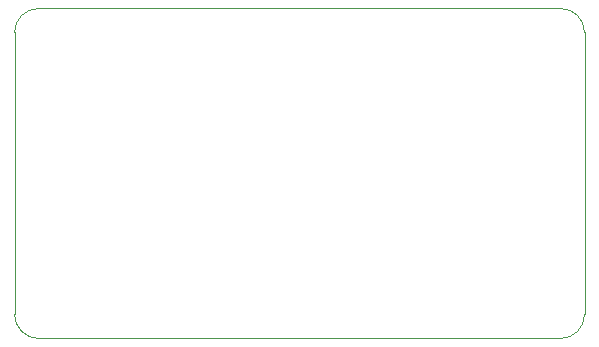
<source format=gm1>
G04 #@! TF.GenerationSoftware,KiCad,Pcbnew,5.1.12-84ad8e8a86~92~ubuntu16.04.1*
G04 #@! TF.CreationDate,2022-12-06T21:02:49+01:00*
G04 #@! TF.ProjectId,RS485-TTL,52533438-352d-4545-944c-2e6b69636164,rev?*
G04 #@! TF.SameCoordinates,Original*
G04 #@! TF.FileFunction,Profile,NP*
%FSLAX46Y46*%
G04 Gerber Fmt 4.6, Leading zero omitted, Abs format (unit mm)*
G04 Created by KiCad (PCBNEW 5.1.12-84ad8e8a86~92~ubuntu16.04.1) date 2022-12-06 21:02:49*
%MOMM*%
%LPD*%
G01*
G04 APERTURE LIST*
G04 #@! TA.AperFunction,Profile*
%ADD10C,0.050000*%
G04 #@! TD*
G04 APERTURE END LIST*
D10*
X173228000Y-70866000D02*
X129032000Y-70866000D01*
X175260000Y-96774000D02*
X175260000Y-72898000D01*
X129032000Y-98806000D02*
X173228000Y-98806000D01*
X175260000Y-72898000D02*
G75*
G03*
X173228000Y-70866000I-2032000J0D01*
G01*
X173228000Y-98806000D02*
G75*
G03*
X175260000Y-96774000I0J2032000D01*
G01*
X127000000Y-72898000D02*
X127000000Y-96774000D01*
X129032000Y-70866000D02*
G75*
G03*
X127000000Y-72898000I0J-2032000D01*
G01*
X127000000Y-96774000D02*
G75*
G03*
X129032000Y-98806000I2032000J0D01*
G01*
M02*

</source>
